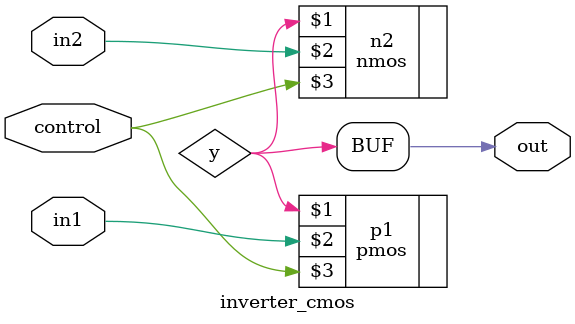
<source format=v>
`timescale 1ns / 1ps


module newCSKA( input[15:0]a,input c,input[15:0]b,output[16:0]s);


   wire t1, t6, t7;
wire [3:0] xor_ab; 
RCA_4bit x1(.a(a[3:0]), .b(b[3:0]), .cin(c), .cout(t1), .sum(s[3:0]));
genvar i;
generate
    for (i = 0; i < 4; i = i + 1) begin : xor_gen
        assign xor_ab[i] = a[i] ^ b[i];
    end
endgenerate
assign t6 = &xor_ab;
 inverter_cmos hyb_mux1(.control(t6),.in1(t1) ,.in2(c),.out(t7));


  
    wire q1, q6, q7;
wire [3:0] xor_ab2; 
RCA_4bit x2(.a(a[7:4]), .b(b[7:4]), .cin(t7), .cout(q1), .sum(s[7:4]));
genvar j;
generate
    for (j = 0; j < 4; j = j + 1) begin : xor_gen2
        assign xor_ab2[j] = a[4+j] ^ b[4+j];
    end
endgenerate
assign q6 = &xor_ab2; 

inverter_cmos hyb_mux2(.control(q6),.in1(q1) ,.in2(t7),.out(q7));

    
    wire m1, m6, m7;
wire [3:0] xor_ab3;
RCA_4bit x3(.a(a[11:8]), .b(b[11:8]), .cin(q7), .cout(m1), .sum(s[11:8]));
genvar k;
generate
    for (k = 0; k < 4; k = k + 1) begin : xor_gen3
        assign xor_ab3[k] = a[8+k] ^ b[8+k];
    end
endgenerate
assign m6 = &xor_ab3; 
inverter_cmos hyb_mux3(.control(m6),.in1(m1) ,.in2(q7),.out(m7));
    
   wire n1, n6;
wire [3:0] xor_ab4;
RCA_4bit x4(.a(a[15:12]), .b(b[15:12]), .cin(m7), .cout(n1), .sum(s[15:12]));
genvar l;
generate
    for (l = 0; l < 4; l = l + 1) begin : xor_gen4
        assign xor_ab4[l] = a[12+l] ^ b[12+l];
    end
endgenerate
assign n6 = &xor_ab4; 
inverter_cmos hyb_mux4(.control(n6),.in1(n1) ,.in2(m7),.out(s[16]));
    
endmodule


 module RCA_4bit(
    input [3:0] a, b, input cin,output cout,output [3:0] sum);
    wire [3:0] carry;     

    genvar i;  
 generate
        for (i = 0; i < 4; i = i + 1) begin: adder_block
            if (i == 0)
               FA_1bit ff ( .a(a[i]),.b(b[i]),.c(cin),.carry(carry[i]),.s(sum[i]));
           
            else if (i == 3) 
                FA_1bit ff (.a(a[i]),.b(b[i]),.c(carry[i-1]),.carry(cout),.s(sum[i]));
            else 
                 FA_1bit ff (.a(a[i]),.b(b[i]),.c(carry[i-1]),.carry(carry[i]),.s(sum[i]));
             end
    endgenerate
endmodule




module FA_1bit(
    input a, b, c,output carry, s );
    assign s = a ^ b ^ c;  
    assign carry = (a & b) | (b & c) | (c & a);  
endmodule


module inverter_cmos (input  control,in1 , in2, output  out);  
wire t1,y;
 pmos p1 (y,in1,control);  
 nmos n2 (y, in2,control); 
 assign t1=~y;
 assign out =~t1;
  
endmodule

</source>
